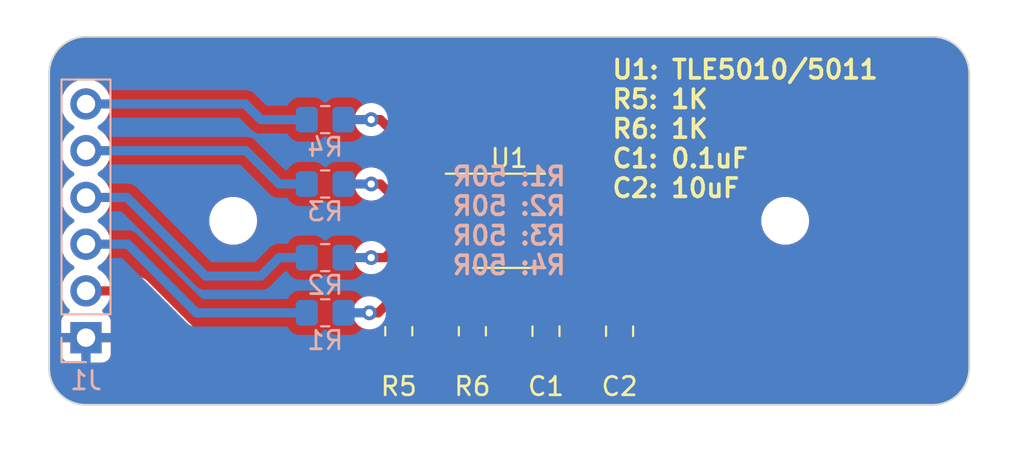
<source format=kicad_pcb>
(kicad_pcb (version 20221018) (generator pcbnew)
  (layers (0 "F.Cu" signal) (31 "B.Cu" signal) (34 "B.Paste" user) (35 "F.Paste" user) (36 "B.SilkS" user "B.Silkscreen") (37 "F.SilkS" user "F.Silkscreen") (38 "B.Mask" user) (39 "F.Mask" user) (44 "Edge.Cuts" user))
  (net 0 "")
  (net 1 "VDD")
  (net 2 "GND")
  (net 3 "Net-(J1-Pin_3)")
  (net 4 "DATA")
  (net 5 "Net-(J1-Pin_4)")
  (net 6 "CS")
  (net 7 "Net-(J1-Pin_5)")
  (net 8 "SCK")
  (net 9 "Net-(J1-Pin_6)")
  (net 10 "CLK")
  (footprint "MountingHole:MountingHole_2.1mm" (layer "F.Cu") (at 40 30)
    (fp_text reference "REF**" hide)
    (fp_text value "MountingHole_2.1mm")
    (pad "" np_thru_hole circle (at 0 0) (size 2.1 2.1) (drill 2.1) (layers "F&B.Cu" "*.Mask"))
  )
  (footprint "Capacitor_SMD:C_0805_2012Metric_Pad1.18x1.45mm_HandSolder" (layer "F.Cu") (at 61 36 -90)
    (fp_text reference "C2" (at 3 0) (layer "F.SilkS"))
    (fp_text value "10uF C")
    (fp_line (start -0.261252 -0.735) (end 0.261252 -0.735) (stroke (width 0.12)) (layer "F.SilkS"))
    (fp_line (start -0.261252 0.735) (end 0.261252 0.735) (stroke (width 0.12)) (layer "F.SilkS"))
    (pad "1" smd roundrect (at -1.0375 0 270) (size 1.175 1.45) (layers "F.Cu" "F.Paste" "F.Mask") (roundrect_rratio 0.2127659574) (net 1 "VDD"))
    (pad "2" smd roundrect (at 1.0375 0 270) (size 1.175 1.45) (layers "F.Cu" "F.Paste" "F.Mask") (roundrect_rratio 0.2127659574) (net 2 "GND"))
  )
  (footprint "Resistor_SMD:R_0805_2012Metric_Pad1.20x1.40mm_HandSolder" (layer "F.Cu") (at 49 36 -90)
    (fp_text reference "R5" (at 3 0 -180) (layer "F.SilkS"))
    (fp_text value "1K R")
    (fp_line (start -0.227064 -0.735) (end 0.227064 -0.735) (stroke (width 0.12)) (layer "F.SilkS"))
    (fp_line (start -0.227064 0.735) (end 0.227064 0.735) (stroke (width 0.12)) (layer "F.SilkS"))
    (pad "1" smd roundrect (at -1 0 270) (size 1.2 1.4) (layers "F.Cu" "F.Paste" "F.Mask") (roundrect_rratio 0.2083333333) (net 4 "DATA"))
    (pad "2" smd roundrect (at 1 0 270) (size 1.2 1.4) (layers "F.Cu" "F.Paste" "F.Mask") (roundrect_rratio 0.2083333333) (net 1 "VDD"))
  )
  (footprint "Capacitor_SMD:C_0805_2012Metric_Pad1.18x1.45mm_HandSolder" (layer "F.Cu") (at 57 36 -90)
    (fp_text reference "C1" (at 3 0) (layer "F.SilkS"))
    (fp_text value "0.1uF C")
    (fp_line (start -0.261252 -0.735) (end 0.261252 -0.735) (stroke (width 0.12)) (layer "F.SilkS"))
    (fp_line (start -0.261252 0.735) (end 0.261252 0.735) (stroke (width 0.12)) (layer "F.SilkS"))
    (pad "1" smd roundrect (at -1.0375 0 270) (size 1.175 1.45) (layers "F.Cu" "F.Paste" "F.Mask") (roundrect_rratio 0.2127659574) (net 1 "VDD"))
    (pad "2" smd roundrect (at 1.0375 0 270) (size 1.175 1.45) (layers "F.Cu" "F.Paste" "F.Mask") (roundrect_rratio 0.2127659574) (net 2 "GND"))
  )
  (footprint "Resistor_SMD:R_0805_2012Metric_Pad1.20x1.40mm_HandSolder" (layer "F.Cu") (at 53 36 -90)
    (fp_text reference "R6" (at 3 0 -180) (layer "F.SilkS"))
    (fp_text value "1K R")
    (fp_line (start -0.227064 -0.735) (end 0.227064 -0.735) (stroke (width 0.12)) (layer "F.SilkS"))
    (fp_line (start -0.227064 0.735) (end 0.227064 0.735) (stroke (width 0.12)) (layer "F.SilkS"))
    (pad "1" smd roundrect (at -1 0 270) (size 1.2 1.4) (layers "F.Cu" "F.Paste" "F.Mask") (roundrect_rratio 0.2083333333) (net 6 "CS"))
    (pad "2" smd roundrect (at 1 0 270) (size 1.2 1.4) (layers "F.Cu" "F.Paste" "F.Mask") (roundrect_rratio 0.2083333333) (net 1 "VDD"))
  )
  (footprint "Package_SO:SOIC-8_3.9x4.9mm_P1.27mm" (layer "F.Cu") (at 55 30)
    (fp_text reference "U1" (at 0 -3.4) (layer "F.SilkS"))
    (fp_text value "~")
    (fp_line (start 0 -2.56) (end -3.45 -2.56) (stroke (width 0.12)) (layer "F.SilkS"))
    (fp_line (start 0 -2.56) (end 1.95 -2.56) (stroke (width 0.12)) (layer "F.SilkS"))
    (fp_line (start 0 2.56) (end -1.95 2.56) (stroke (width 0.12)) (layer "F.SilkS"))
    (fp_line (start 0 2.56) (end 1.95 2.56) (stroke (width 0.12)) (layer "F.SilkS"))
    (pad "1" smd roundrect (at -2.475 -1.905) (size 1.95 0.6) (layers "F.Cu" "F.Paste" "F.Mask") (net 10 "CLK"))
    (pad "2" smd roundrect (at -2.475 -0.635) (size 1.95 0.6) (layers "F.Cu" "F.Paste" "F.Mask") (net 8 "SCK"))
    (pad "3" smd roundrect (at -2.475 0.635) (size 1.95 0.6) (layers "F.Cu" "F.Paste" "F.Mask") (net 6 "CS"))
    (pad "4" smd roundrect (at -2.475 1.905) (size 1.95 0.6) (layers "F.Cu" "F.Paste" "F.Mask") (net 4 "DATA"))
    (pad "5" smd roundrect (at 2.475 1.905) (size 1.95 0.6) (layers "F.Cu" "F.Paste" "F.Mask") (net 2 "GND"))
    (pad "6" smd roundrect (at 2.475 0.635) (size 1.95 0.6) (layers "F.Cu" "F.Paste" "F.Mask") (net 1 "VDD"))
    (pad "7" smd roundrect (at 2.475 -0.635) (size 1.95 0.6) (layers "F.Cu" "F.Paste" "F.Mask") (net 2 "GND"))
    (pad "8" smd roundrect (at 2.475 -1.905) (size 1.95 0.6) (layers "F.Cu" "F.Paste" "F.Mask") (net 2 "GND"))
  )
  (footprint "MountingHole:MountingHole_2.1mm" (layer "F.Cu") (at 70 30)
    (fp_text reference "REF**" hide)
    (fp_text value "MountingHole_2.1mm")
    (pad "" np_thru_hole circle (at 0 0) (size 2.1 2.1) (drill 2.1) (layers "*.Cu" "*.Mask"))
  )
  (footprint "Resistor_SMD:R_0805_2012Metric_Pad1.20x1.40mm_HandSolder" (layer "B.Cu") (at 45 35)
    (fp_text reference "R1" (at 0 1.5) (layer "B.SilkS") (effects (justify mirror)))
    (fp_text value "50 R")
    (fp_line (start -0.227064 -0.735) (end 0.227064 -0.735) (stroke (width 0.12)) (layer "B.SilkS"))
    (fp_line (start -0.227064 0.735) (end 0.227064 0.735) (stroke (width 0.12)) (layer "B.SilkS"))
    (pad "1" smd roundrect (at -1 0) (size 1.2 1.4) (layers "B.Cu" "B.Paste" "B.Mask") (roundrect_rratio 0.2083333333) (net 3 "Net-(J1-Pin_3)"))
    (pad "2" smd roundrect (at 1 0) (size 1.2 1.4) (layers "B.Cu" "B.Paste" "B.Mask") (roundrect_rratio 0.2083333333) (net 4 "DATA"))
  )
  (footprint "Connector_PinHeader_2.54mm:PinHeader_1x06_P2.54mm_Vertical" (layer "B.Cu") (at 32 36.35)
    (fp_text reference "J1" (at 0 2.33 -360) (layer "B.SilkS") (effects (justify mirror)))
    (fp_text value "Conn_01x06")
    (fp_line (start -1.33 -14.03) (end 1.33 -14.03) (stroke (width 0.12)) (layer "B.SilkS"))
    (fp_line (start -1.33 -1.27) (end -1.33 -14.03) (stroke (width 0.12)) (layer "B.SilkS"))
    (fp_line (start -1.33 -1.27) (end 1.33 -1.27) (stroke (width 0.12)) (layer "B.SilkS"))
    (fp_line (start -1.33 0) (end -1.33 1.33) (stroke (width 0.12)) (layer "B.SilkS"))
    (fp_line (start -1.33 1.33) (end 0 1.33) (stroke (width 0.12)) (layer "B.SilkS"))
    (fp_line (start 1.33 -1.27) (end 1.33 -14.03) (stroke (width 0.12)) (layer "B.SilkS"))
    (pad "1" thru_hole rect (at 0 0) (size 1.7 1.7) (drill 1) (layers "*.Cu" "*.Mask") (net 2 "GND"))
    (pad "2" thru_hole oval (at 0 -2.54) (size 1.7 1.7) (drill 1) (layers "*.Cu" "*.Mask") (net 1 "VDD"))
    (pad "3" thru_hole oval (at 0 -5.08) (size 1.7 1.7) (drill 1) (layers "*.Cu" "*.Mask") (net 3 "Net-(J1-Pin_3)"))
    (pad "4" thru_hole oval (at 0 -7.62) (size 1.7 1.7) (drill 1) (layers "*.Cu" "*.Mask") (net 5 "Net-(J1-Pin_4)"))
    (pad "5" thru_hole oval (at 0 -10.16) (size 1.7 1.7) (drill 1) (layers "*.Cu" "*.Mask") (net 7 "Net-(J1-Pin_5)"))
    (pad "6" thru_hole oval (at 0 -12.7) (size 1.7 1.7) (drill 1) (layers "*.Cu" "*.Mask") (net 9 "Net-(J1-Pin_6)"))
  )
  (footprint "Resistor_SMD:R_0805_2012Metric_Pad1.20x1.40mm_HandSolder" (layer "B.Cu") (at 45 28)
    (fp_text reference "R3" (at 0 1.5) (layer "B.SilkS") (effects (justify mirror)))
    (fp_text value "50 R")
    (fp_line (start -0.227064 -0.735) (end 0.227064 -0.735) (stroke (width 0.12)) (layer "B.SilkS"))
    (fp_line (start -0.227064 0.735) (end 0.227064 0.735) (stroke (width 0.12)) (layer "B.SilkS"))
    (pad "1" smd roundrect (at -1 0) (size 1.2 1.4) (layers "B.Cu" "B.Paste" "B.Mask") (roundrect_rratio 0.2083333333) (net 7 "Net-(J1-Pin_5)"))
    (pad "2" smd roundrect (at 1 0) (size 1.2 1.4) (layers "B.Cu" "B.Paste" "B.Mask") (roundrect_rratio 0.2083333333) (net 8 "SCK"))
  )
  (footprint "Resistor_SMD:R_0805_2012Metric_Pad1.20x1.40mm_HandSolder" (layer "B.Cu") (at 45 24.5)
    (fp_text reference "R4" (at 0 1.5) (layer "B.SilkS") (effects (justify mirror)))
    (fp_text value "50 R")
    (fp_line (start -0.227064 -0.735) (end 0.227064 -0.735) (stroke (width 0.12)) (layer "B.SilkS"))
    (fp_line (start -0.227064 0.735) (end 0.227064 0.735) (stroke (width 0.12)) (layer "B.SilkS"))
    (pad "1" smd roundrect (at -1 0) (size 1.2 1.4) (layers "B.Cu" "B.Paste" "B.Mask") (roundrect_rratio 0.2083333333) (net 9 "Net-(J1-Pin_6)"))
    (pad "2" smd roundrect (at 1 0) (size 1.2 1.4) (layers "B.Cu" "B.Paste" "B.Mask") (roundrect_rratio 0.2083333333) (net 10 "CLK"))
  )
  (footprint "Resistor_SMD:R_0805_2012Metric_Pad1.20x1.40mm_HandSolder" (layer "B.Cu") (at 45 32)
    (fp_text reference "R2" (at 0 1.5) (layer "B.SilkS") (effects (justify mirror)))
    (fp_text value "50 R")
    (fp_line (start -0.227064 -0.735) (end 0.227064 -0.735) (stroke (width 0.12)) (layer "B.SilkS"))
    (fp_line (start -0.227064 0.735) (end 0.227064 0.735) (stroke (width 0.12)) (layer "B.SilkS"))
    (pad "1" smd roundrect (at -1 0) (size 1.2 1.4) (layers "B.Cu" "B.Paste" "B.Mask") (roundrect_rratio 0.2083333333) (net 5 "Net-(J1-Pin_4)"))
    (pad "2" smd roundrect (at 1 0) (size 1.2 1.4) (layers "B.Cu" "B.Paste" "B.Mask") (roundrect_rratio 0.2083333333) (net 6 "CS"))
  )
  (gr_arc (start 32 40) (mid 30.585786 39.414214) (end 30 38) (stroke (width 0.1)) (layer "Edge.Cuts"))
  (gr_line (start 80 38) (end 80 22) (stroke (width 0.1)) (layer "Edge.Cuts"))
  (gr_arc (start 30 22) (mid 30.585786 20.585786) (end 32 20) (stroke (width 0.1)) (layer "Edge.Cuts"))
  (gr_line (start 78 20) (end 32 20) (stroke (width 0.1)) (layer "Edge.Cuts"))
  (gr_arc (start 80 38) (mid 79.414214 39.414214) (end 78 40) (stroke (width 0.1)) (layer "Edge.Cuts"))
  (gr_arc (start 78 20) (mid 79.414214 20.585786) (end 80 22) (stroke (width 0.1)) (layer "Edge.Cuts"))
  (gr_line (start 32 40) (end 78 40) (stroke (width 0.1)) (layer "Edge.Cuts"))
  (gr_line (start 30 22) (end 30 38) (stroke (width 0.1)) (layer "Edge.Cuts"))
  (gr_text "R1: 50R\nR2: 50R\nR3: 50R\nR4: 50R" (at 55 30) (layer "B.SilkS") (effects (font (size 1 1) (thickness 0.2) bold) (justify mirror)))
  (gr_text "U1: TLE5010/5011\nR5: 1K \nR6: 1K\nC1: 0.1uF\nC2: 10uF" (at 60.5 25) (layer "F.SilkS") (effects (font (size 1 1) (thickness 0.2) bold) (justify left)))
  (segment (start 56.0375 34.9625) (end 57 34.9625) (width 0.5) (layer "F.Cu") (net 1))
  (segment (start 57.475 30.635) (end 59.145 30.635) (width 0.5) (layer "F.Cu") (net 1))
  (segment (start 59.8875 34.9625) (end 61 33.85) (width 0.5) (layer "F.Cu") (net 1))
  (segment (start 61 33.85) (end 61 34.9625) (width 0.5) (layer "F.Cu") (net 1))
  (segment (start 61 32.49) (end 61 33.85) (width 0.5) (layer "F.Cu") (net 1))
  (segment (start 59.145 30.635) (end 61 32.49) (width 0.5) (layer "F.Cu") (net 1))
  (segment (start 54 37) (end 56.0375 34.9625) (width 0.5) (layer "F.Cu") (net 1))
  (segment (start 34.81 33.81) (end 38 37) (width 0.5) (layer "F.Cu") (net 1))
  (segment (start 49 37) (end 53 37) (width 0.5) (layer "F.Cu") (net 1))
  (segment (start 53 37) (end 54 37) (width 0.5) (layer "F.Cu") (net 1))
  (segment (start 38 37) (end 49 37) (width 0.5) (layer "F.Cu") (net 1))
  (segment (start 57 34.9625) (end 59.8875 34.9625) (width 0.5) (layer "F.Cu") (net 1))
  (segment (start 32 33.81) (end 34.81 33.81) (width 0.5) (layer "F.Cu") (net 1))
  (segment (start 38 35) (end 34.27 31.27) (width 0.5) (layer "B.Cu") (net 3))
  (segment (start 44 35) (end 38 35) (width 0.5) (layer "B.Cu") (net 3))
  (segment (start 34.27 31.27) (end 32 31.27) (width 0.5) (layer "B.Cu") (net 3))
  (segment (start 50.975 31.905) (end 49 33.88) (width 0.5) (layer "F.Cu") (net 4))
  (segment (start 52.525 31.905) (end 50.975 31.905) (width 0.5) (layer "F.Cu") (net 4))
  (segment (start 47.4 35) (end 47.88 35) (width 0.5) (layer "F.Cu") (net 4))
  (segment (start 49 33.88) (end 49 35) (width 0.5) (layer "F.Cu") (net 4))
  (segment (start 47.88 35) (end 49 33.88) (width 0.5) (layer "F.Cu") (net 4))
  (via (at 47.4 35) (size 0.8) (drill 0.4) (layers "F.Cu" "B.Cu") (net 4))
  (segment (start 46 35) (end 47.4 35) (width 0.5) (layer "B.Cu") (net 4))
  (segment (start 38.5 33) (end 34.23 28.73) (width 0.5) (layer "B.Cu") (net 5))
  (segment (start 41.5 33) (end 38.5 33) (width 0.5) (layer "B.Cu") (net 5))
  (segment (start 34.23 28.73) (end 32 28.73) (width 0.5) (layer "B.Cu") (net 5))
  (segment (start 44 32) (end 42.5 32) (width 0.5) (layer "B.Cu") (net 5))
  (segment (start 42.5 32) (end 41.5 33) (width 0.5) (layer "B.Cu") (net 5))
  (segment (start 53 34.3) (end 53 35) (width 0.5) (layer "F.Cu") (net 6))
  (segment (start 54.59 32.71) (end 53 34.3) (width 0.5) (layer "F.Cu") (net 6))
  (segment (start 48.25 32) (end 47.5 32) (width 0.5) (layer "F.Cu") (net 6))
  (segment (start 52.525 30.635) (end 49.615 30.635) (width 0.5) (layer "F.Cu") (net 6))
  (segment (start 54.59 31.18) (end 54.59 32.71) (width 0.5) (layer "F.Cu") (net 6))
  (segment (start 54.045 30.635) (end 54.59 31.18) (width 0.5) (layer "F.Cu") (net 6))
  (segment (start 49.615 30.635) (end 48.25 32) (width 0.5) (layer "F.Cu") (net 6))
  (segment (start 52.525 30.635) (end 54.045 30.635) (width 0.5) (layer "F.Cu") (net 6))
  (via (at 47.5 32) (size 0.8) (drill 0.4) (layers "F.Cu" "B.Cu") (net 6))
  (segment (start 46 32) (end 47.5 32) (width 0.5) (layer "B.Cu") (net 6))
  (segment (start 40.69 26.19) (end 42.5 28) (width 0.5) (layer "B.Cu") (net 7))
  (segment (start 42.5 28) (end 44 28) (width 0.5) (layer "B.Cu") (net 7))
  (segment (start 32 26.19) (end 40.69 26.19) (width 0.5) (layer "B.Cu") (net 7))
  (segment (start 48 28) (end 47.5 28) (width 0.5) (layer "F.Cu") (net 8))
  (segment (start 49.365 29.365) (end 48 28) (width 0.5) (layer "F.Cu") (net 8))
  (segment (start 52.525 29.365) (end 49.365 29.365) (width 0.5) (layer "F.Cu") (net 8))
  (via (at 47.5 28) (size 0.8) (drill 0.4) (layers "F.Cu" "B.Cu") (net 8))
  (segment (start 46 28) (end 47.5 28) (width 0.5) (layer "B.Cu") (net 8))
  (segment (start 32 23.65) (end 40.65 23.65) (width 0.5) (layer "B.Cu") (net 9))
  (segment (start 40.65 23.65) (end 41.5 24.5) (width 0.5) (layer "B.Cu") (net 9))
  (segment (start 41.5 24.5) (end 44 24.5) (width 0.5) (layer "B.Cu") (net 9))
  (segment (start 51.595 28.095) (end 52.525 28.095) (width 0.5) (layer "F.Cu") (net 10))
  (segment (start 47.5 24.5) (end 48 24.5) (width 0.5) (layer "F.Cu") (net 10))
  (segment (start 48 24.5) (end 51.595 28.095) (width 0.5) (layer "F.Cu") (net 10))
  (via (at 47.5 24.5) (size 0.8) (drill 0.4) (layers "F.Cu" "B.Cu") (net 10))
  (segment (start 46 24.5) (end 47.5 24.5) (width 0.5) (layer "B.Cu") (net 10))
  (zone (net 2) (net_name "GND") (layers "F&B.Cu") (connect_pads (clearance 0.5)) (min_thickness 0.25) (fill yes (thermal_gap 0.5) (thermal_bridge_width 0.5))
    (polygon (pts (xy 28 18) (xy 28 43) (xy 83 43) (xy 83 18)))
  )
)
</source>
